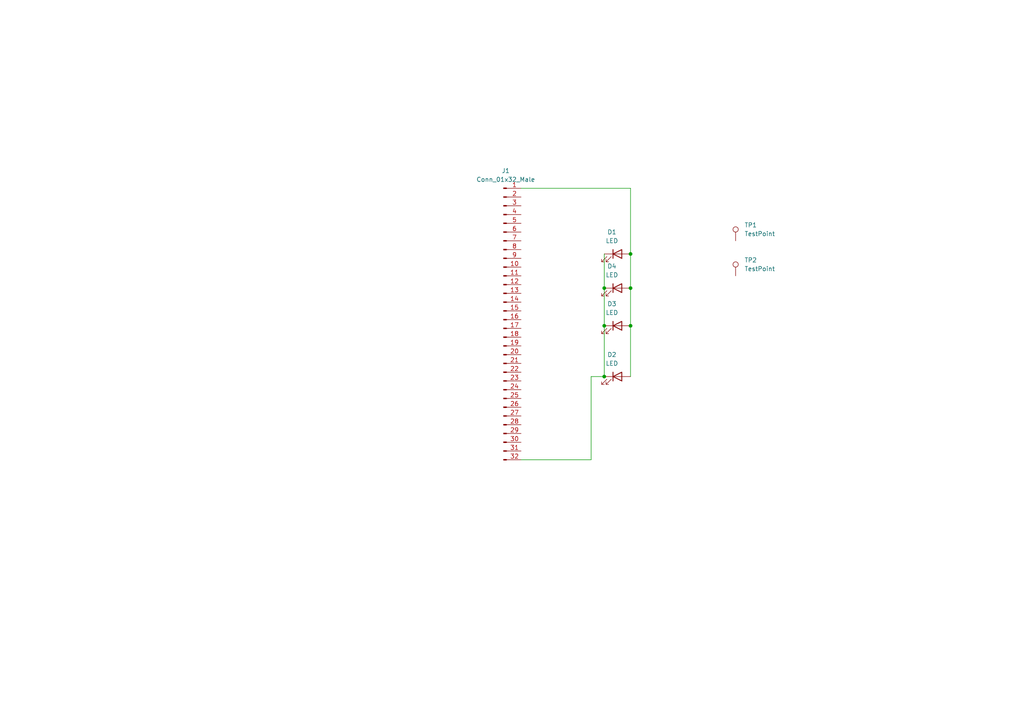
<source format=kicad_sch>
(kicad_sch (version 20230121) (generator eeschema)
  (paper "A4")
  (lib_symbols
    (symbol "Connector:Conn_01x32_Male" (pin_names (offset 1.016) hide)
      (property "Reference" "J" (at 0 40.64 0))
      (property "Value" "Conn_01x32_Male" (at 0 -43.18 0))
      (symbol "Conn_01x32_Male_1_1"
        (polyline (pts (xy 1.27 -40.64) (xy 0.8636 -40.64)) (stroke (width 0.1524)))
        (polyline (pts (xy 1.27 -38.1) (xy 0.8636 -38.1)) (stroke (width 0.1524)))
        (polyline (pts (xy 1.27 -35.56) (xy 0.8636 -35.56)) (stroke (width 0.1524)))
        (polyline (pts (xy 1.27 -33.02) (xy 0.8636 -33.02)) (stroke (width 0.1524)))
        (polyline (pts (xy 1.27 -30.48) (xy 0.8636 -30.48)) (stroke (width 0.1524)))
        (polyline (pts (xy 1.27 -27.94) (xy 0.8636 -27.94)) (stroke (width 0.1524)))
        (polyline (pts (xy 1.27 -25.4) (xy 0.8636 -25.4)) (stroke (width 0.1524)))
        (polyline (pts (xy 1.27 -22.86) (xy 0.8636 -22.86)) (stroke (width 0.1524)))
        (polyline (pts (xy 1.27 -20.32) (xy 0.8636 -20.32)) (stroke (width 0.1524)))
        (polyline (pts (xy 1.27 -17.78) (xy 0.8636 -17.78)) (stroke (width 0.1524)))
        (polyline (pts (xy 1.27 -15.24) (xy 0.8636 -15.24)) (stroke (width 0.1524)))
        (polyline (pts (xy 1.27 -12.7) (xy 0.8636 -12.7)) (stroke (width 0.1524)))
        (polyline (pts (xy 1.27 -10.16) (xy 0.8636 -10.16)) (stroke (width 0.1524)))
        (polyline (pts (xy 1.27 -7.62) (xy 0.8636 -7.62)) (stroke (width 0.1524)))
        (polyline (pts (xy 1.27 -5.08) (xy 0.8636 -5.08)) (stroke (width 0.1524)))
        (polyline (pts (xy 1.27 -2.54) (xy 0.8636 -2.54)) (stroke (width 0.1524)))
        (polyline (pts (xy 1.27 0) (xy 0.8636 0)) (stroke (width 0.1524)))
        (polyline (pts (xy 1.27 2.54) (xy 0.8636 2.54)) (stroke (width 0.1524)))
        (polyline (pts (xy 1.27 5.08) (xy 0.8636 5.08)) (stroke (width 0.1524)))
        (polyline (pts (xy 1.27 7.62) (xy 0.8636 7.62)) (stroke (width 0.1524)))
        (polyline (pts (xy 1.27 10.16) (xy 0.8636 10.16)) (stroke (width 0.1524)))
        (polyline (pts (xy 1.27 12.7) (xy 0.8636 12.7)) (stroke (width 0.1524)))
        (polyline (pts (xy 1.27 15.24) (xy 0.8636 15.24)) (stroke (width 0.1524)))
        (polyline (pts (xy 1.27 17.78) (xy 0.8636 17.78)) (stroke (width 0.1524)))
        (polyline (pts (xy 1.27 20.32) (xy 0.8636 20.32)) (stroke (width 0.1524)))
        (polyline (pts (xy 1.27 22.86) (xy 0.8636 22.86)) (stroke (width 0.1524)))
        (polyline (pts (xy 1.27 25.4) (xy 0.8636 25.4)) (stroke (width 0.1524)))
        (polyline (pts (xy 1.27 27.94) (xy 0.8636 27.94)) (stroke (width 0.1524)))
        (polyline (pts (xy 1.27 30.48) (xy 0.8636 30.48)) (stroke (width 0.1524)))
        (polyline (pts (xy 1.27 33.02) (xy 0.8636 33.02)) (stroke (width 0.1524)))
        (polyline (pts (xy 1.27 35.56) (xy 0.8636 35.56)) (stroke (width 0.1524)))
        (polyline (pts (xy 1.27 38.1) (xy 0.8636 38.1)) (stroke (width 0.1524)))
        (rectangle (start 0.8636 -40.513) (end 0 -40.767) (stroke (width 0.1524)) (fill (type outline)))
        (rectangle (start 0.8636 -37.973) (end 0 -38.227) (stroke (width 0.1524)) (fill (type outline)))
        (rectangle (start 0.8636 -35.433) (end 0 -35.687) (stroke (width 0.1524)) (fill (type outline)))
        (rectangle (start 0.8636 -32.893) (end 0 -33.147) (stroke (width 0.1524)) (fill (type outline)))
        (rectangle (start 0.8636 -30.353) (end 0 -30.607) (stroke (width 0.1524)) (fill (type outline)))
        (rectangle (start 0.8636 -27.813) (end 0 -28.067) (stroke (width 0.1524)) (fill (type outline)))
        (rectangle (start 0.8636 -25.273) (end 0 -25.527) (stroke (width 0.1524)) (fill (type outline)))
        (rectangle (start 0.8636 -22.733) (end 0 -22.987) (stroke (width 0.1524)) (fill (type outline)))
        (rectangle (start 0.8636 -20.193) (end 0 -20.447) (stroke (width 0.1524)) (fill (type outline)))
        (rectangle (start 0.8636 -17.653) (end 0 -17.907) (stroke (width 0.1524)) (fill (type outline)))
        (rectangle (start 0.8636 -15.113) (end 0 -15.367) (stroke (width 0.1524)) (fill (type outline)))
        (rectangle (start 0.8636 -12.573) (end 0 -12.827) (stroke (width 0.1524)) (fill (type outline)))
        (rectangle (start 0.8636 -10.033) (end 0 -10.287) (stroke (width 0.1524)) (fill (type outline)))
        (rectangle (start 0.8636 -7.493) (end 0 -7.747) (stroke (width 0.1524)) (fill (type outline)))
        (rectangle (start 0.8636 -4.953) (end 0 -5.207) (stroke (width 0.1524)) (fill (type outline)))
        (rectangle (start 0.8636 -2.413) (end 0 -2.667) (stroke (width 0.1524)) (fill (type outline)))
        (rectangle (start 0.8636 0.127) (end 0 -0.127) (stroke (width 0.1524)) (fill (type outline)))
        (rectangle (start 0.8636 2.667) (end 0 2.413) (stroke (width 0.1524)) (fill (type outline)))
        (rectangle (start 0.8636 5.207) (end 0 4.953) (stroke (width 0.1524)) (fill (type outline)))
        (rectangle (start 0.8636 7.747) (end 0 7.493) (stroke (width 0.1524)) (fill (type outline)))
        (rectangle (start 0.8636 10.287) (end 0 10.033) (stroke (width 0.1524)) (fill (type outline)))
        (rectangle (start 0.8636 12.827) (end 0 12.573) (stroke (width 0.1524)) (fill (type outline)))
        (rectangle (start 0.8636 15.367) (end 0 15.113) (stroke (width 0.1524)) (fill (type outline)))
        (rectangle (start 0.8636 17.907) (end 0 17.653) (stroke (width 0.1524)) (fill (type outline)))
        (rectangle (start 0.8636 20.447) (end 0 20.193) (stroke (width 0.1524)) (fill (type outline)))
        (rectangle (start 0.8636 22.987) (end 0 22.733) (stroke (width 0.1524)) (fill (type outline)))
        (rectangle (start 0.8636 25.527) (end 0 25.273) (stroke (width 0.1524)) (fill (type outline)))
        (rectangle (start 0.8636 28.067) (end 0 27.813) (stroke (width 0.1524)) (fill (type outline)))
        (rectangle (start 0.8636 30.607) (end 0 30.353) (stroke (width 0.1524)) (fill (type outline)))
        (rectangle (start 0.8636 33.147) (end 0 32.893) (stroke (width 0.1524)) (fill (type outline)))
        (rectangle (start 0.8636 35.687) (end 0 35.433) (stroke (width 0.1524)) (fill (type outline)))
        (rectangle (start 0.8636 38.227) (end 0 37.973) (stroke (width 0.1524)) (fill (type outline)))
        (pin passive line (at 5.08 38.1 180) (length 3.81) (name "Pin_1") (number "1"))
        (pin passive line (at 5.08 15.24 180) (length 3.81) (name "Pin_10") (number "10"))
        (pin passive line (at 5.08 12.7 180) (length 3.81) (name "Pin_11") (number "11"))
        (pin passive line (at 5.08 10.16 180) (length 3.81) (name "Pin_12") (number "12"))
        (pin passive line (at 5.08 7.62 180) (length 3.81) (name "Pin_13") (number "13"))
        (pin passive line (at 5.08 5.08 180) (length 3.81) (name "Pin_14") (number "14"))
        (pin passive line (at 5.08 2.54 180) (length 3.81) (name "Pin_15") (number "15"))
        (pin passive line (at 5.08 0 180) (length 3.81) (name "Pin_16") (number "16"))
        (pin passive line (at 5.08 -2.54 180) (length 3.81) (name "Pin_17") (number "17"))
        (pin passive line (at 5.08 -5.08 180) (length 3.81) (name "Pin_18") (number "18"))
        (pin passive line (at 5.08 -7.62 180) (length 3.81) (name "Pin_19") (number "19"))
        (pin passive line (at 5.08 35.56 180) (length 3.81) (name "Pin_2") (number "2"))
        (pin passive line (at 5.08 -10.16 180) (length 3.81) (name "Pin_20") (number "20"))
        (pin passive line (at 5.08 -12.7 180) (length 3.81) (name "Pin_21") (number "21"))
        (pin passive line (at 5.08 -15.24 180) (length 3.81) (name "Pin_22") (number "22"))
        (pin passive line (at 5.08 -17.78 180) (length 3.81) (name "Pin_23") (number "23"))
        (pin passive line (at 5.08 -20.32 180) (length 3.81) (name "Pin_24") (number "24"))
        (pin passive line (at 5.08 -22.86 180) (length 3.81) (name "Pin_25") (number "25"))
        (pin passive line (at 5.08 -25.4 180) (length 3.81) (name "Pin_26") (number "26"))
        (pin passive line (at 5.08 -27.94 180) (length 3.81) (name "Pin_27") (number "27"))
        (pin passive line (at 5.08 -30.48 180) (length 3.81) (name "Pin_28") (number "28"))
        (pin passive line (at 5.08 -33.02 180) (length 3.81) (name "Pin_29") (number "29"))
        (pin passive line (at 5.08 33.02 180) (length 3.81) (name "Pin_3") (number "3"))
        (pin passive line (at 5.08 -35.56 180) (length 3.81) (name "Pin_30") (number "30"))
        (pin passive line (at 5.08 -38.1 180) (length 3.81) (name "Pin_31") (number "31"))
        (pin passive line (at 5.08 -40.64 180) (length 3.81) (name "Pin_32") (number "32"))
        (pin passive line (at 5.08 30.48 180) (length 3.81) (name "Pin_4") (number "4"))
        (pin passive line (at 5.08 27.94 180) (length 3.81) (name "Pin_5") (number "5"))
        (pin passive line (at 5.08 25.4 180) (length 3.81) (name "Pin_6") (number "6"))
        (pin passive line (at 5.08 22.86 180) (length 3.81) (name "Pin_7") (number "7"))
        (pin passive line (at 5.08 20.32 180) (length 3.81) (name "Pin_8") (number "8"))
        (pin passive line (at 5.08 17.78 180) (length 3.81) (name "Pin_9") (number "9"))
      )
    )
    (symbol "Connector:TestPoint" (pin_numbers hide) (pin_names (offset 0.762) hide)
      (property "Reference" "TP" (at 0 6.858 0))
      (property "Value" "TestPoint" (at 0 5.08 0))
      (symbol "TestPoint_0_1"
        (circle (center 0 3.302) (radius 0.762))
      )
      (symbol "TestPoint_1_1"
        (pin passive line (at 0 0 90) (length 2.54) (name "1") (number "1"))
      )
    )
    (symbol "Device:LED" (pin_numbers hide) (pin_names (offset 1.016) hide)
      (property "Reference" "D" (at 0 2.54 0))
      (property "Value" "LED" (at 0 -2.54 0))
      (symbol "LED_0_1"
        (polyline (pts (xy -1.27 -1.27) (xy -1.27 1.27)) (stroke (width 0.254)))
        (polyline (pts (xy -1.27 0) (xy 1.27 0)))
        (polyline (pts (xy 1.27 -1.27) (xy 1.27 1.27) (xy -1.27 0) (xy 1.27 -1.27)) (stroke (width 0.254)))
        (polyline (pts (xy -3.048 -0.762) (xy -4.572 -2.286) (xy -3.81 -2.286) (xy -4.572 -2.286) (xy -4.572 -1.524)))
        (polyline (pts (xy -1.778 -0.762) (xy -3.302 -2.286) (xy -2.54 -2.286) (xy -3.302 -2.286) (xy -3.302 -1.524)))
      )
      (symbol "LED_1_1"
        (pin passive line (at -3.81 0 0) (length 2.54) (name "K") (number "1"))
        (pin passive line (at 3.81 0 180) (length 2.54) (name "A") (number "2"))
      )
    )
  )
  (junction (at 175.26 94.488))
  (junction (at 175.26 83.566))
  (junction (at 182.88 73.66))
  (junction (at 182.88 83.566))
  (junction (at 175.26 109.22))
  (junction (at 182.88 94.488))
  (wire (pts (xy 182.88 54.61) (xy 182.88 73.66)))
  (wire (pts (xy 175.26 83.566) (xy 175.26 94.488)))
  (wire (pts (xy 182.88 94.488) (xy 182.88 109.22)))
  (wire (pts (xy 151.13 54.61) (xy 182.88 54.61)))
  (wire (pts (xy 182.88 83.566) (xy 182.88 94.488)))
  (wire (pts (xy 175.26 73.66) (xy 175.26 83.566)))
  (wire (pts (xy 171.45 133.35) (xy 151.13 133.35)))
  (wire (pts (xy 171.45 109.22) (xy 171.45 133.35)))
  (wire (pts (xy 182.88 73.66) (xy 182.88 83.566)))
  (wire (pts (xy 171.45 109.22) (xy 175.26 109.22)))
  (wire (pts (xy 175.26 94.488) (xy 175.26 109.22)))
  (symbol (lib_id "Device:LED") (at 179.07 94.488 0) (unit 1)
    (property "Reference" "D3" (at 177.4825 88.138 0))
    (property "Value" "LED" (at 177.4825 90.678 0))
    (property "Footprint" "LED_SMD:LED_0603_1608Metric_Pad1.05x0.95mm_HandSolder" (effects hide))
  )
  (symbol (lib_id "Connector:Conn_01x32_Male") (at 146.05 92.71 0) (unit 1)
    (property "Reference" "J1" (at 146.685 49.53 0))
    (property "Value" "Conn_01x32_Male" (at 146.685 52.07 0))
    (property "Footprint" "custom_connectors:GBBus" (effects hide))
  )
  (symbol (lib_id "Connector:TestPoint") (at 213.36 80.01 0) (unit 1)
    (property "Reference" "TP2" (at 215.9 75.4379 0) (effects (justify left)))
    (property "Value" "TestPoint" (at 215.9 77.9779 0) (effects (justify left)))
    (property "Footprint" "custom_connectors:2mm_test_point" (effects hide))
  )
  (symbol (lib_id "Connector:TestPoint") (at 213.36 69.85 0) (unit 1)
    (property "Reference" "TP1" (at 215.9 65.2779 0) (effects (justify left)))
    (property "Value" "TestPoint" (at 215.9 67.8179 0) (effects (justify left)))
    (property "Footprint" "custom_connectors:2mm_test_point" (effects hide))
  )
  (symbol (lib_id "Device:LED") (at 179.07 73.66 0) (unit 1)
    (property "Reference" "D1" (at 177.4825 67.31 0))
    (property "Value" "LED" (at 177.4825 69.85 0))
    (property "Footprint" "LED_SMD:LED_0603_1608Metric_Pad1.05x0.95mm_HandSolder" (effects hide))
  )
  (symbol (lib_id "Device:LED") (at 179.07 83.566 0) (unit 1)
    (property "Reference" "D4" (at 177.4825 77.216 0))
    (property "Value" "LED" (at 177.4825 79.756 0))
    (property "Footprint" "LED_SMD:LED_0603_1608Metric_Pad1.05x0.95mm_HandSolder" (effects hide))
  )
  (symbol (lib_id "Device:LED") (at 179.07 109.22 0) (unit 1)
    (property "Reference" "D2" (at 177.4825 102.87 0))
    (property "Value" "LED" (at 177.4825 105.41 0))
    (property "Footprint" "LED_SMD:LED_0603_1608Metric_Pad1.05x0.95mm_HandSolder" (effects hide))
  )
)
</source>
